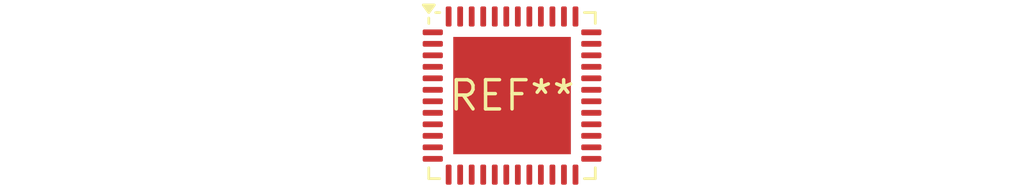
<source format=kicad_pcb>
(kicad_pcb (version 20240108) (generator pcbnew)
  (layers (0 "F.Cu" signal) (31 "B.Cu" signal) (34 "B.Paste" user) (35 "F.Paste" user) (36 "B.SilkS" user "B.Silkscreen") (37 "F.SilkS" user "F.Silkscreen") (38 "B.Mask" user) (39 "F.Mask" user) (44 "Edge.Cuts" user))
  (net 0 "")
  (footprint "TQFN-48-1EP_7x7mm_P0.5mm_EP5.1x5.1mm" (layer "F.Cu") (at 0 0)
    (property "Reference" "REF**")
    (property "Value" "TQFN-48-1EP_7x7mm_P0.5mm_EP5.1x5.1mm")
    (fp_line (start -3.61 -3.135) (end -3.61 -3.37) (layer "F.SilkS") (stroke (width 0.12)))
    (fp_line (start -3.61 3.61) (end -3.61 3.135) (layer "F.SilkS") (stroke (width 0.12)))
    (fp_line (start -3.135 -3.61) (end -3.31 -3.61) (layer "F.SilkS") (stroke (width 0.12)))
    (fp_line (start -3.135 3.61) (end -3.61 3.61) (layer "F.SilkS") (stroke (width 0.12)))
    (fp_line (start 3.135 -3.61) (end 3.61 -3.61) (layer "F.SilkS") (stroke (width 0.12)))
    (fp_line (start 3.135 3.61) (end 3.61 3.61) (layer "F.SilkS") (stroke (width 0.12)))
    (fp_line (start 3.61 -3.61) (end 3.61 -3.135) (layer "F.SilkS") (stroke (width 0.12)))
    (fp_line (start 3.61 3.61) (end 3.61 3.135) (layer "F.SilkS") (stroke (width 0.12)))
    (fp_poly (pts (xy -3.61 -3.61) (xy -3.85 -3.94) (xy -3.37 -3.94) (xy -3.61 -3.61)) (layer "F.SilkS") (stroke (width 0.12)) (fill solid))
    (pad "1" smd roundrect (at -3.4375 -2.75) (size 0.875 0.25) (layers "F.Cu" "F.Paste" "F.Mask"))
    (pad "2" smd roundrect (at -3.4375 -2.25) (size 0.875 0.25) (layers "F.Cu" "F.Paste" "F.Mask"))
    (pad "3" smd roundrect (at -3.4375 -1.75) (size 0.875 0.25) (layers "F.Cu" "F.Paste" "F.Mask"))
    (pad "4" smd roundrect (at -3.4375 -1.25) (size 0.875 0.25) (layers "F.Cu" "F.Paste" "F.Mask"))
    (pad "5" smd roundrect (at -3.4375 -0.75) (size 0.875 0.25) (layers "F.Cu" "F.Paste" "F.Mask"))
    (pad "6" smd roundrect (at -3.4375 -0.25) (size 0.875 0.25) (layers "F.Cu" "F.Paste" "F.Mask"))
    (pad "7" smd roundrect (at -3.4375 0.25) (size 0.875 0.25) (layers "F.Cu" "F.Paste" "F.Mask"))
    (pad "8" smd roundrect (at -3.4375 0.75) (size 0.875 0.25) (layers "F.Cu" "F.Paste" "F.Mask"))
    (pad "9" smd roundrect (at -3.4375 1.25) (size 0.875 0.25) (layers "F.Cu" "F.Paste" "F.Mask"))
    (pad "10" smd roundrect (at -3.4375 1.75) (size 0.875 0.25) (layers "F.Cu" "F.Paste" "F.Mask"))
    (pad "11" smd roundrect (at -3.4375 2.25) (size 0.875 0.25) (layers "F.Cu" "F.Paste" "F.Mask"))
    (pad "12" smd roundrect (at -3.4375 2.75) (size 0.875 0.25) (layers "F.Cu" "F.Paste" "F.Mask"))
    (pad "13" smd roundrect (at -2.75 3.4375) (size 0.25 0.875) (layers "F.Cu" "F.Paste" "F.Mask"))
    (pad "14" smd roundrect (at -2.25 3.4375) (size 0.25 0.875) (layers "F.Cu" "F.Paste" "F.Mask"))
    (pad "15" smd roundrect (at -1.75 3.4375) (size 0.25 0.875) (layers "F.Cu" "F.Paste" "F.Mask"))
    (pad "16" smd roundrect (at -1.25 3.4375) (size 0.25 0.875) (layers "F.Cu" "F.Paste" "F.Mask"))
    (pad "17" smd roundrect (at -0.75 3.4375) (size 0.25 0.875) (layers "F.Cu" "F.Paste" "F.Mask"))
    (pad "18" smd roundrect (at -0.25 3.4375) (size 0.25 0.875) (layers "F.Cu" "F.Paste" "F.Mask"))
    (pad "19" smd roundrect (at 0.25 3.4375) (size 0.25 0.875) (layers "F.Cu" "F.Paste" "F.Mask"))
    (pad "20" smd roundrect (at 0.75 3.4375) (size 0.25 0.875) (layers "F.Cu" "F.Paste" "F.Mask"))
    (pad "21" smd roundrect (at 1.25 3.4375) (size 0.25 0.875) (layers "F.Cu" "F.Paste" "F.Mask"))
    (pad "22" smd roundrect (at 1.75 3.4375) (size 0.25 0.875) (layers "F.Cu" "F.Paste" "F.Mask"))
    (pad "23" smd roundrect (at 2.25 3.4375) (size 0.25 0.875) (layers "F.Cu" "F.Paste" "F.Mask"))
    (pad "24" smd roundrect (at 2.75 3.4375) (size 0.25 0.875) (layers "F.Cu" "F.Paste" "F.Mask"))
    (pad "25" smd roundrect (at 3.4375 2.75) (size 0.875 0.25) (layers "F.Cu" "F.Paste" "F.Mask"))
    (pad "26" smd roundrect (at 3.4375 2.25) (size 0.875 0.25) (layers "F.Cu" "F.Paste" "F.Mask"))
    (pad "27" smd roundrect (at 3.4375 1.75) (size 0.875 0.25) (layers "F.Cu" "F.Paste" "F.Mask"))
    (pad "28" smd roundrect (at 3.4375 1.25) (size 0.875 0.25) (layers "F.Cu" "F.Paste" "F.Mask"))
    (pad "29" smd roundrect (at 3.4375 0.75) (size 0.875 0.25) (layers "F.Cu" "F.Paste" "F.Mask"))
    (pad "30" smd roundrect (at 3.4375 0.25) (size 0.875 0.25) (layers "F.Cu" "F.Paste" "F.Mask"))
    (pad "31" smd roundrect (at 3.4375 -0.25) (size 0.875 0.25) (layers "F.Cu" "F.Paste" "F.Mask"))
    (pad "32" smd roundrect (at 3.4375 -0.75) (size 0.875 0.25) (layers "F.Cu" "F.Paste" "F.Mask"))
    (pad "33" smd roundrect (at 3.4375 -1.25) (size 0.875 0.25) (layers "F.Cu" "F.Paste" "F.Mask"))
    (pad "34" smd roundrect (at 3.4375 -1.75) (size 0.875 0.25) (layers "F.Cu" "F.Paste" "F.Mask"))
    (pad "35" smd roundrect (at 3.4375 -2.25) (size 0.875 0.25) (layers "F.Cu" "F.Paste" "F.Mask"))
    (pad "36" smd roundrect (at 3.4375 -2.75) (size 0.875 0.25) (layers "F.Cu" "F.Paste" "F.Mask"))
    (pad "37" smd roundrect (at 2.75 -3.4375) (size 0.25 0.875) (layers "F.Cu" "F.Paste" "F.Mask"))
    (pad "38" smd roundrect (at 2.25 -3.4375) (size 0.25 0.875) (layers "F.Cu" "F.Paste" "F.Mask"))
    (pad "39" smd roundrect (at 1.75 -3.4375) (size 0.25 0.875) (layers "F.Cu" "F.Paste" "F.Mask"))
    (pad "40" smd roundrect (at 1.25 -3.4375) (size 0.25 0.875) (layers "F.Cu" "F.Paste" "F.Mask"))
    (pad "41" smd roundrect (at 0.75 -3.4375) (size 0.25 0.875) (layers "F.Cu" "F.Paste" "F.Mask"))
    (pad "42" smd roundrect (at 0.25 -3.4375) (size 0.25 0.875) (layers "F.Cu" "F.Paste" "F.Mask"))
    (pad "43" smd roundrect (at -0.25 -3.4375) (size 0.25 0.875) (layers "F.Cu" "F.Paste" "F.Mask"))
    (pad "44" smd roundrect (at -0.75 -3.4375) (size 0.25 0.875) (layers "F.Cu" "F.Paste" "F.Mask"))
    (pad "45" smd roundrect (at -1.25 -3.4375) (size 0.25 0.875) (layers "F.Cu" "F.Paste" "F.Mask"))
    (pad "46" smd roundrect (at -1.75 -3.4375) (size 0.25 0.875) (layers "F.Cu" "F.Paste" "F.Mask"))
    (pad "47" smd roundrect (at -2.25 -3.4375) (size 0.25 0.875) (layers "F.Cu" "F.Paste" "F.Mask"))
    (pad "48" smd roundrect (at -2.75 -3.4375) (size 0.25 0.875) (layers "F.Cu" "F.Paste" "F.Mask"))
    (pad "49" smd rect (at 0 0) (size 5.1 5.1) (property pad_prop_heatsink) (layers "F.Cu" "F.Mask"))
  )
)
</source>
